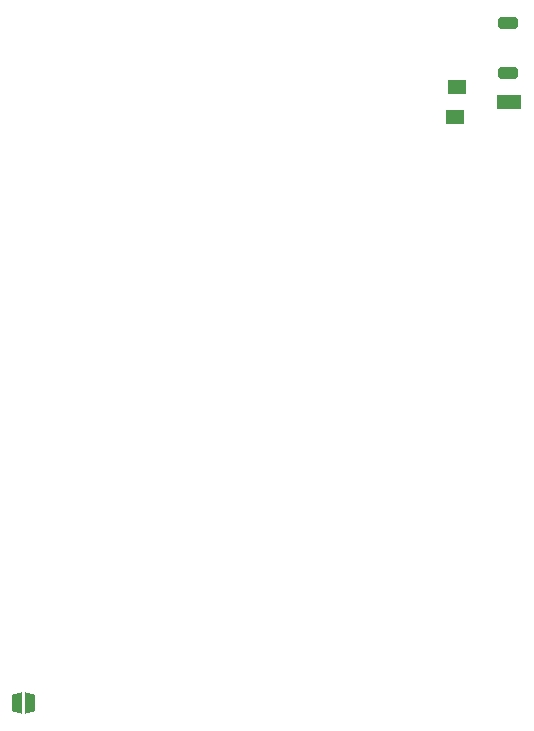
<source format=gbr>
%TF.GenerationSoftware,KiCad,Pcbnew,8.0.4-8.0.4-0~ubuntu24.04.1*%
%TF.CreationDate,2024-08-17T18:05:15+02:00*%
%TF.ProjectId,KSS-220A_Lens_Flex,4b53532d-3232-4304-915f-4c656e735f46,0.1*%
%TF.SameCoordinates,Original*%
%TF.FileFunction,Paste,Top*%
%TF.FilePolarity,Positive*%
%FSLAX46Y46*%
G04 Gerber Fmt 4.6, Leading zero omitted, Abs format (unit mm)*
G04 Created by KiCad (PCBNEW 8.0.4-8.0.4-0~ubuntu24.04.1) date 2024-08-17 18:05:15*
%MOMM*%
%LPD*%
G01*
G04 APERTURE LIST*
G04 Aperture macros list*
%AMRoundRect*
0 Rectangle with rounded corners*
0 $1 Rounding radius*
0 $2 $3 $4 $5 $6 $7 $8 $9 X,Y pos of 4 corners*
0 Add a 4 corners polygon primitive as box body*
4,1,4,$2,$3,$4,$5,$6,$7,$8,$9,$2,$3,0*
0 Add four circle primitives for the rounded corners*
1,1,$1+$1,$2,$3*
1,1,$1+$1,$4,$5*
1,1,$1+$1,$6,$7*
1,1,$1+$1,$8,$9*
0 Add four rect primitives between the rounded corners*
20,1,$1+$1,$2,$3,$4,$5,0*
20,1,$1+$1,$4,$5,$6,$7,0*
20,1,$1+$1,$6,$7,$8,$9,0*
20,1,$1+$1,$8,$9,$2,$3,0*%
%AMOutline4P*
0 Free polygon, 4 corners , with rotation*
0 The origin of the aperture is its center*
0 number of corners: always 4*
0 $1 to $8 corner X, Y*
0 $9 Rotation angle, in degrees counterclockwise*
0 create outline with 4 corners*
4,1,4,$1,$2,$3,$4,$5,$6,$7,$8,$1,$2,$9*%
G04 Aperture macros list end*
%ADD10R,1.600000X1.200000*%
%ADD11R,2.000000X1.200000*%
%ADD12RoundRect,0.178571X-0.671429X0.321429X-0.671429X-0.321429X0.671429X-0.321429X0.671429X0.321429X0*%
%ADD13RoundRect,0.178571X0.671429X-0.321429X0.671429X0.321429X-0.671429X0.321429X-0.671429X-0.321429X0*%
%ADD14Outline4P,-0.400000X-0.900000X0.400000X-0.700000X0.400000X0.700000X-0.400000X0.900000X0.000000*%
%ADD15Outline4P,-0.400000X-0.900000X0.400000X-0.700000X0.400000X0.700000X-0.400000X0.900000X180.000000*%
G04 APERTURE END LIST*
D10*
%TO.C,RV1*%
X92900000Y-51550000D03*
X92700000Y-54050000D03*
D11*
X97300000Y-52850000D03*
%TD*%
D12*
%TO.C,D1*%
X97150000Y-50350000D03*
D13*
X97150000Y-46150000D03*
%TD*%
D14*
%TO.C,CN4*%
X56750000Y-103700000D03*
D15*
X55650000Y-103700000D03*
%TD*%
M02*

</source>
